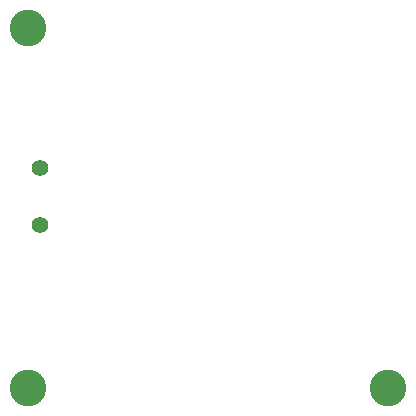
<source format=gbr>
G04 EAGLE Gerber RS-274X export*
G75*
%MOMM*%
%FSLAX34Y34*%
%LPD*%
%INSoldermask Bottom*%
%IPPOS*%
%AMOC8*
5,1,8,0,0,1.08239X$1,22.5*%
G01*
%ADD10C,3.101600*%
%ADD11C,1.422400*%


D10*
X25000Y329800D03*
X25000Y25000D03*
X329800Y25000D03*
D11*
X34544Y163068D03*
X34544Y211328D03*
M02*

</source>
